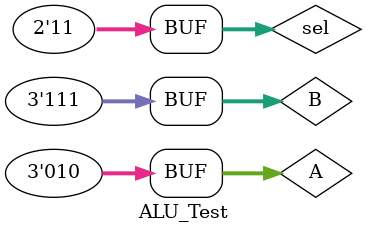
<source format=v>
`timescale 1ns / 1ps


module ALU_Test;

	// Inputs
	reg [1:0] sel;
	reg [2:0] A;
	reg [2:0] B;

	// Outputs
	wire [5:0] op;

	// Instantiate the Unit Under Test (UUT)
	ALU_3bit uut (
		.sel(sel), 
		.A(A), 
		.B(B), 
		.op(op)
	);

	initial begin
		// Initialize Inputs
		sel = 0;
		A = 3'b010;
		B = 3'b111;

		#30 sel=2'b00;
		#30 sel=2'b01;
		#30 sel=2'b10;
		#30 sel=2'b11;
		// Wait 100 ns for global reset to finish
		#100;
        
		// Add stimulus here

	end
      
endmodule


</source>
